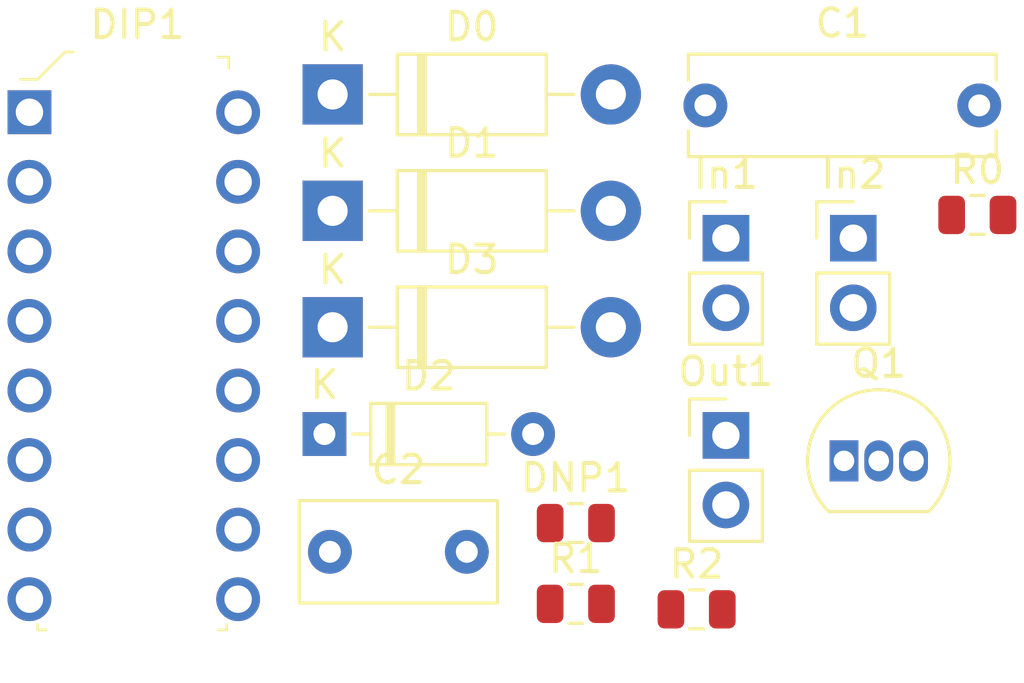
<source format=kicad_pcb>
(kicad_pcb (version 20171130) (host pcbnew 6.0.0-rc1-unknown-7c960aa~66~ubuntu18.04.1)

  (general
    (thickness 1.6)
    (drawings 0)
    (tracks 0)
    (zones 0)
    (modules 15)
    (nets 22)
  )

  (page A4)
  (layers
    (0 F.Cu signal)
    (31 B.Cu signal)
    (32 B.Adhes user)
    (33 F.Adhes user)
    (34 B.Paste user)
    (35 F.Paste user)
    (36 B.SilkS user)
    (37 F.SilkS user)
    (38 B.Mask user)
    (39 F.Mask user)
    (40 Dwgs.User user)
    (41 Cmts.User user)
    (42 Eco1.User user)
    (43 Eco2.User user)
    (44 Edge.Cuts user)
    (45 Margin user)
    (46 B.CrtYd user)
    (47 F.CrtYd user)
    (48 B.Fab user)
    (49 F.Fab user)
  )

  (setup
    (last_trace_width 0.25)
    (trace_clearance 0.2)
    (zone_clearance 0.508)
    (zone_45_only no)
    (trace_min 0.2)
    (via_size 0.8)
    (via_drill 0.4)
    (via_min_size 0.4)
    (via_min_drill 0.3)
    (uvia_size 0.3)
    (uvia_drill 0.1)
    (uvias_allowed no)
    (uvia_min_size 0.2)
    (uvia_min_drill 0.1)
    (edge_width 0.05)
    (segment_width 0.2)
    (pcb_text_width 0.3)
    (pcb_text_size 1.5 1.5)
    (mod_edge_width 0.12)
    (mod_text_size 1 1)
    (mod_text_width 0.15)
    (pad_size 1.524 1.524)
    (pad_drill 0.762)
    (pad_to_mask_clearance 0.051)
    (solder_mask_min_width 0.25)
    (aux_axis_origin 0 0)
    (visible_elements FFFFFF7F)
    (pcbplotparams
      (layerselection 0x010fc_ffffffff)
      (usegerberextensions false)
      (usegerberattributes false)
      (usegerberadvancedattributes false)
      (creategerberjobfile false)
      (excludeedgelayer true)
      (linewidth 0.100000)
      (plotframeref false)
      (viasonmask false)
      (mode 1)
      (useauxorigin false)
      (hpglpennumber 1)
      (hpglpenspeed 20)
      (hpglpendiameter 15.000000)
      (psnegative false)
      (psa4output false)
      (plotreference true)
      (plotvalue true)
      (plotinvisibletext false)
      (padsonsilk false)
      (subtractmaskfromsilk false)
      (outputformat 1)
      (mirror false)
      (drillshape 1)
      (scaleselection 1)
      (outputdirectory ""))
  )

  (net 0 "")
  (net 1 GND)
  (net 2 "Net-(C1-Pad1)")
  (net 3 "Net-(C2-Pad1)")
  (net 4 "Net-(D0-Pad2)")
  (net 5 "Net-(D0-Pad1)")
  (net 6 "Net-(D1-Pad1)")
  (net 7 "Net-(D2-Pad2)")
  (net 8 "Net-(D2-Pad1)")
  (net 9 "Net-(D3-Pad2)")
  (net 10 "Net-(DIP1-Pad9)")
  (net 11 +5V)
  (net 12 "Net-(DIP1-Pad13)")
  (net 13 "Net-(DIP1-Pad12)")
  (net 14 "Net-(DIP1-Pad11)")
  (net 15 "Net-(DIP1-Pad10)")
  (net 16 "Net-(DIP1-Pad7)")
  (net 17 "Net-(DIP1-Pad6)")
  (net 18 "Net-(DIP1-Pad5)")
  (net 19 "Net-(DIP1-Pad4)")
  (net 20 "Net-(DIP1-Pad3)")
  (net 21 "Net-(DIP1-Pad2)")

  (net_class Default "This is the default net class."
    (clearance 0.2)
    (trace_width 0.25)
    (via_dia 0.8)
    (via_drill 0.4)
    (uvia_dia 0.3)
    (uvia_drill 0.1)
    (add_net +5V)
    (add_net GND)
    (add_net "Net-(C1-Pad1)")
    (add_net "Net-(C2-Pad1)")
    (add_net "Net-(D0-Pad1)")
    (add_net "Net-(D0-Pad2)")
    (add_net "Net-(D1-Pad1)")
    (add_net "Net-(D2-Pad1)")
    (add_net "Net-(D2-Pad2)")
    (add_net "Net-(D3-Pad2)")
    (add_net "Net-(DIP1-Pad10)")
    (add_net "Net-(DIP1-Pad11)")
    (add_net "Net-(DIP1-Pad12)")
    (add_net "Net-(DIP1-Pad13)")
    (add_net "Net-(DIP1-Pad2)")
    (add_net "Net-(DIP1-Pad3)")
    (add_net "Net-(DIP1-Pad4)")
    (add_net "Net-(DIP1-Pad5)")
    (add_net "Net-(DIP1-Pad6)")
    (add_net "Net-(DIP1-Pad7)")
    (add_net "Net-(DIP1-Pad9)")
  )

  (module Resistor_SMD:R_0805_2012Metric (layer F.Cu) (tedit 5B36C52B) (tstamp 5BC6A08B)
    (at 138.465001 -67.204999)
    (descr "Resistor SMD 0805 (2012 Metric), square (rectangular) end terminal, IPC_7351 nominal, (Body size source: https://docs.google.com/spreadsheets/d/1BsfQQcO9C6DZCsRaXUlFlo91Tg2WpOkGARC1WS5S8t0/edit?usp=sharing), generated with kicad-footprint-generator")
    (tags resistor)
    (path /5BC153C6)
    (attr smd)
    (fp_text reference R2 (at 0 -1.65) (layer F.SilkS)
      (effects (font (size 1 1) (thickness 0.15)))
    )
    (fp_text value 4.7k (at 0 1.65) (layer F.Fab)
      (effects (font (size 1 1) (thickness 0.15)))
    )
    (fp_text user %R (at 0 0) (layer F.Fab)
      (effects (font (size 0.5 0.5) (thickness 0.08)))
    )
    (fp_line (start 1.68 0.95) (end -1.68 0.95) (layer F.CrtYd) (width 0.05))
    (fp_line (start 1.68 -0.95) (end 1.68 0.95) (layer F.CrtYd) (width 0.05))
    (fp_line (start -1.68 -0.95) (end 1.68 -0.95) (layer F.CrtYd) (width 0.05))
    (fp_line (start -1.68 0.95) (end -1.68 -0.95) (layer F.CrtYd) (width 0.05))
    (fp_line (start -0.258578 0.71) (end 0.258578 0.71) (layer F.SilkS) (width 0.12))
    (fp_line (start -0.258578 -0.71) (end 0.258578 -0.71) (layer F.SilkS) (width 0.12))
    (fp_line (start 1 0.6) (end -1 0.6) (layer F.Fab) (width 0.1))
    (fp_line (start 1 -0.6) (end 1 0.6) (layer F.Fab) (width 0.1))
    (fp_line (start -1 -0.6) (end 1 -0.6) (layer F.Fab) (width 0.1))
    (fp_line (start -1 0.6) (end -1 -0.6) (layer F.Fab) (width 0.1))
    (pad 2 smd roundrect (at 0.9375 0) (size 0.975 1.4) (layers F.Cu F.Paste F.Mask) (roundrect_rratio 0.25)
      (net 2 "Net-(C1-Pad1)"))
    (pad 1 smd roundrect (at -0.9375 0) (size 0.975 1.4) (layers F.Cu F.Paste F.Mask) (roundrect_rratio 0.25)
      (net 11 +5V))
    (model ${KISYS3DMOD}/Resistor_SMD.3dshapes/R_0805_2012Metric.wrl
      (at (xyz 0 0 0))
      (scale (xyz 1 1 1))
      (rotate (xyz 0 0 0))
    )
  )

  (module Resistor_SMD:R_0805_2012Metric (layer F.Cu) (tedit 5B36C52B) (tstamp 5BC6A07A)
    (at 134.055001 -67.404999)
    (descr "Resistor SMD 0805 (2012 Metric), square (rectangular) end terminal, IPC_7351 nominal, (Body size source: https://docs.google.com/spreadsheets/d/1BsfQQcO9C6DZCsRaXUlFlo91Tg2WpOkGARC1WS5S8t0/edit?usp=sharing), generated with kicad-footprint-generator")
    (tags resistor)
    (path /5BC02B7A)
    (attr smd)
    (fp_text reference R1 (at 0 -1.65) (layer F.SilkS)
      (effects (font (size 1 1) (thickness 0.15)))
    )
    (fp_text value 10k (at 0 1.65) (layer F.Fab)
      (effects (font (size 1 1) (thickness 0.15)))
    )
    (fp_text user %R (at 0 0) (layer F.Fab)
      (effects (font (size 0.5 0.5) (thickness 0.08)))
    )
    (fp_line (start 1.68 0.95) (end -1.68 0.95) (layer F.CrtYd) (width 0.05))
    (fp_line (start 1.68 -0.95) (end 1.68 0.95) (layer F.CrtYd) (width 0.05))
    (fp_line (start -1.68 -0.95) (end 1.68 -0.95) (layer F.CrtYd) (width 0.05))
    (fp_line (start -1.68 0.95) (end -1.68 -0.95) (layer F.CrtYd) (width 0.05))
    (fp_line (start -0.258578 0.71) (end 0.258578 0.71) (layer F.SilkS) (width 0.12))
    (fp_line (start -0.258578 -0.71) (end 0.258578 -0.71) (layer F.SilkS) (width 0.12))
    (fp_line (start 1 0.6) (end -1 0.6) (layer F.Fab) (width 0.1))
    (fp_line (start 1 -0.6) (end 1 0.6) (layer F.Fab) (width 0.1))
    (fp_line (start -1 -0.6) (end 1 -0.6) (layer F.Fab) (width 0.1))
    (fp_line (start -1 0.6) (end -1 -0.6) (layer F.Fab) (width 0.1))
    (pad 2 smd roundrect (at 0.9375 0) (size 0.975 1.4) (layers F.Cu F.Paste F.Mask) (roundrect_rratio 0.25)
      (net 6 "Net-(D1-Pad1)"))
    (pad 1 smd roundrect (at -0.9375 0) (size 0.975 1.4) (layers F.Cu F.Paste F.Mask) (roundrect_rratio 0.25)
      (net 7 "Net-(D2-Pad2)"))
    (model ${KISYS3DMOD}/Resistor_SMD.3dshapes/R_0805_2012Metric.wrl
      (at (xyz 0 0 0))
      (scale (xyz 1 1 1))
      (rotate (xyz 0 0 0))
    )
  )

  (module Resistor_SMD:R_0805_2012Metric (layer F.Cu) (tedit 5B36C52B) (tstamp 5BC6A069)
    (at 148.715001 -81.604999)
    (descr "Resistor SMD 0805 (2012 Metric), square (rectangular) end terminal, IPC_7351 nominal, (Body size source: https://docs.google.com/spreadsheets/d/1BsfQQcO9C6DZCsRaXUlFlo91Tg2WpOkGARC1WS5S8t0/edit?usp=sharing), generated with kicad-footprint-generator")
    (tags resistor)
    (path /5BC034F1)
    (attr smd)
    (fp_text reference R0 (at 0 -1.65) (layer F.SilkS)
      (effects (font (size 1 1) (thickness 0.15)))
    )
    (fp_text value 10k (at 0 1.65) (layer F.Fab)
      (effects (font (size 1 1) (thickness 0.15)))
    )
    (fp_text user %R (at 0 0) (layer F.Fab)
      (effects (font (size 0.5 0.5) (thickness 0.08)))
    )
    (fp_line (start 1.68 0.95) (end -1.68 0.95) (layer F.CrtYd) (width 0.05))
    (fp_line (start 1.68 -0.95) (end 1.68 0.95) (layer F.CrtYd) (width 0.05))
    (fp_line (start -1.68 -0.95) (end 1.68 -0.95) (layer F.CrtYd) (width 0.05))
    (fp_line (start -1.68 0.95) (end -1.68 -0.95) (layer F.CrtYd) (width 0.05))
    (fp_line (start -0.258578 0.71) (end 0.258578 0.71) (layer F.SilkS) (width 0.12))
    (fp_line (start -0.258578 -0.71) (end 0.258578 -0.71) (layer F.SilkS) (width 0.12))
    (fp_line (start 1 0.6) (end -1 0.6) (layer F.Fab) (width 0.1))
    (fp_line (start 1 -0.6) (end 1 0.6) (layer F.Fab) (width 0.1))
    (fp_line (start -1 -0.6) (end 1 -0.6) (layer F.Fab) (width 0.1))
    (fp_line (start -1 0.6) (end -1 -0.6) (layer F.Fab) (width 0.1))
    (pad 2 smd roundrect (at 0.9375 0) (size 0.975 1.4) (layers F.Cu F.Paste F.Mask) (roundrect_rratio 0.25)
      (net 7 "Net-(D2-Pad2)"))
    (pad 1 smd roundrect (at -0.9375 0) (size 0.975 1.4) (layers F.Cu F.Paste F.Mask) (roundrect_rratio 0.25)
      (net 4 "Net-(D0-Pad2)"))
    (model ${KISYS3DMOD}/Resistor_SMD.3dshapes/R_0805_2012Metric.wrl
      (at (xyz 0 0 0))
      (scale (xyz 1 1 1))
      (rotate (xyz 0 0 0))
    )
  )

  (module Package_TO_SOT_THT:TO-92_Inline (layer F.Cu) (tedit 5A1DD157) (tstamp 5BC6A058)
    (at 143.845001 -72.624999)
    (descr "TO-92 leads in-line, narrow, oval pads, drill 0.75mm (see NXP sot054_po.pdf)")
    (tags "to-92 sc-43 sc-43a sot54 PA33 transistor")
    (path /5BC09DC2)
    (fp_text reference Q1 (at 1.27 -3.56) (layer F.SilkS)
      (effects (font (size 1 1) (thickness 0.15)))
    )
    (fp_text value 2N3904 (at 1.27 2.79) (layer F.Fab)
      (effects (font (size 1 1) (thickness 0.15)))
    )
    (fp_arc (start 1.27 0) (end 1.27 -2.6) (angle 135) (layer F.SilkS) (width 0.12))
    (fp_arc (start 1.27 0) (end 1.27 -2.48) (angle -135) (layer F.Fab) (width 0.1))
    (fp_arc (start 1.27 0) (end 1.27 -2.6) (angle -135) (layer F.SilkS) (width 0.12))
    (fp_arc (start 1.27 0) (end 1.27 -2.48) (angle 135) (layer F.Fab) (width 0.1))
    (fp_line (start 4 2.01) (end -1.46 2.01) (layer F.CrtYd) (width 0.05))
    (fp_line (start 4 2.01) (end 4 -2.73) (layer F.CrtYd) (width 0.05))
    (fp_line (start -1.46 -2.73) (end -1.46 2.01) (layer F.CrtYd) (width 0.05))
    (fp_line (start -1.46 -2.73) (end 4 -2.73) (layer F.CrtYd) (width 0.05))
    (fp_line (start -0.5 1.75) (end 3 1.75) (layer F.Fab) (width 0.1))
    (fp_line (start -0.53 1.85) (end 3.07 1.85) (layer F.SilkS) (width 0.12))
    (fp_text user %R (at 1.27 -3.56) (layer F.Fab)
      (effects (font (size 1 1) (thickness 0.15)))
    )
    (pad 1 thru_hole rect (at 0 0) (size 1.05 1.5) (drill 0.75) (layers *.Cu *.Mask)
      (net 1 GND))
    (pad 3 thru_hole oval (at 2.54 0) (size 1.05 1.5) (drill 0.75) (layers *.Cu *.Mask)
      (net 2 "Net-(C1-Pad1)"))
    (pad 2 thru_hole oval (at 1.27 0) (size 1.05 1.5) (drill 0.75) (layers *.Cu *.Mask)
      (net 8 "Net-(D2-Pad1)"))
    (model ${KISYS3DMOD}/Package_TO_SOT_THT.3dshapes/TO-92_Inline.wrl
      (at (xyz 0 0 0))
      (scale (xyz 1 1 1))
      (rotate (xyz 0 0 0))
    )
  )

  (module Connector_PinHeader_2.54mm:PinHeader_1x02_P2.54mm_Vertical (layer F.Cu) (tedit 59FED5CC) (tstamp 5BC6A046)
    (at 139.535001 -73.554999)
    (descr "Through hole straight pin header, 1x02, 2.54mm pitch, single row")
    (tags "Through hole pin header THT 1x02 2.54mm single row")
    (path /5BC6D568)
    (fp_text reference Out1 (at 0 -2.33) (layer F.SilkS)
      (effects (font (size 1 1) (thickness 0.15)))
    )
    (fp_text value Vout (at 0 4.87) (layer F.Fab)
      (effects (font (size 1 1) (thickness 0.15)))
    )
    (fp_text user %R (at 0 1.27 90) (layer F.Fab)
      (effects (font (size 1 1) (thickness 0.15)))
    )
    (fp_line (start 1.8 -1.8) (end -1.8 -1.8) (layer F.CrtYd) (width 0.05))
    (fp_line (start 1.8 4.35) (end 1.8 -1.8) (layer F.CrtYd) (width 0.05))
    (fp_line (start -1.8 4.35) (end 1.8 4.35) (layer F.CrtYd) (width 0.05))
    (fp_line (start -1.8 -1.8) (end -1.8 4.35) (layer F.CrtYd) (width 0.05))
    (fp_line (start -1.33 -1.33) (end 0 -1.33) (layer F.SilkS) (width 0.12))
    (fp_line (start -1.33 0) (end -1.33 -1.33) (layer F.SilkS) (width 0.12))
    (fp_line (start -1.33 1.27) (end 1.33 1.27) (layer F.SilkS) (width 0.12))
    (fp_line (start 1.33 1.27) (end 1.33 3.87) (layer F.SilkS) (width 0.12))
    (fp_line (start -1.33 1.27) (end -1.33 3.87) (layer F.SilkS) (width 0.12))
    (fp_line (start -1.33 3.87) (end 1.33 3.87) (layer F.SilkS) (width 0.12))
    (fp_line (start -1.27 -0.635) (end -0.635 -1.27) (layer F.Fab) (width 0.1))
    (fp_line (start -1.27 3.81) (end -1.27 -0.635) (layer F.Fab) (width 0.1))
    (fp_line (start 1.27 3.81) (end -1.27 3.81) (layer F.Fab) (width 0.1))
    (fp_line (start 1.27 -1.27) (end 1.27 3.81) (layer F.Fab) (width 0.1))
    (fp_line (start -0.635 -1.27) (end 1.27 -1.27) (layer F.Fab) (width 0.1))
    (pad 2 thru_hole oval (at 0 2.54) (size 1.7 1.7) (drill 1) (layers *.Cu *.Mask))
    (pad 1 thru_hole rect (at 0 0) (size 1.7 1.7) (drill 1) (layers *.Cu *.Mask)
      (net 3 "Net-(C2-Pad1)"))
    (model ${KISYS3DMOD}/Connector_PinHeader_2.54mm.3dshapes/PinHeader_1x02_P2.54mm_Vertical.wrl
      (at (xyz 0 0 0))
      (scale (xyz 1 1 1))
      (rotate (xyz 0 0 0))
    )
  )

  (module Connector_PinHeader_2.54mm:PinHeader_1x02_P2.54mm_Vertical (layer F.Cu) (tedit 59FED5CC) (tstamp 5BC6A030)
    (at 144.185001 -80.754999)
    (descr "Through hole straight pin header, 1x02, 2.54mm pitch, single row")
    (tags "Through hole pin header THT 1x02 2.54mm single row")
    (path /5BC5B638)
    (fp_text reference In2 (at 0 -2.33) (layer F.SilkS)
      (effects (font (size 1 1) (thickness 0.15)))
    )
    (fp_text value Vin- (at 0 4.87) (layer F.Fab)
      (effects (font (size 1 1) (thickness 0.15)))
    )
    (fp_text user %R (at 0 1.27 90) (layer F.Fab)
      (effects (font (size 1 1) (thickness 0.15)))
    )
    (fp_line (start 1.8 -1.8) (end -1.8 -1.8) (layer F.CrtYd) (width 0.05))
    (fp_line (start 1.8 4.35) (end 1.8 -1.8) (layer F.CrtYd) (width 0.05))
    (fp_line (start -1.8 4.35) (end 1.8 4.35) (layer F.CrtYd) (width 0.05))
    (fp_line (start -1.8 -1.8) (end -1.8 4.35) (layer F.CrtYd) (width 0.05))
    (fp_line (start -1.33 -1.33) (end 0 -1.33) (layer F.SilkS) (width 0.12))
    (fp_line (start -1.33 0) (end -1.33 -1.33) (layer F.SilkS) (width 0.12))
    (fp_line (start -1.33 1.27) (end 1.33 1.27) (layer F.SilkS) (width 0.12))
    (fp_line (start 1.33 1.27) (end 1.33 3.87) (layer F.SilkS) (width 0.12))
    (fp_line (start -1.33 1.27) (end -1.33 3.87) (layer F.SilkS) (width 0.12))
    (fp_line (start -1.33 3.87) (end 1.33 3.87) (layer F.SilkS) (width 0.12))
    (fp_line (start -1.27 -0.635) (end -0.635 -1.27) (layer F.Fab) (width 0.1))
    (fp_line (start -1.27 3.81) (end -1.27 -0.635) (layer F.Fab) (width 0.1))
    (fp_line (start 1.27 3.81) (end -1.27 3.81) (layer F.Fab) (width 0.1))
    (fp_line (start 1.27 -1.27) (end 1.27 3.81) (layer F.Fab) (width 0.1))
    (fp_line (start -0.635 -1.27) (end 1.27 -1.27) (layer F.Fab) (width 0.1))
    (pad 2 thru_hole oval (at 0 2.54) (size 1.7 1.7) (drill 1) (layers *.Cu *.Mask))
    (pad 1 thru_hole rect (at 0 0) (size 1.7 1.7) (drill 1) (layers *.Cu *.Mask)
      (net 4 "Net-(D0-Pad2)"))
    (model ${KISYS3DMOD}/Connector_PinHeader_2.54mm.3dshapes/PinHeader_1x02_P2.54mm_Vertical.wrl
      (at (xyz 0 0 0))
      (scale (xyz 1 1 1))
      (rotate (xyz 0 0 0))
    )
  )

  (module Connector_PinHeader_2.54mm:PinHeader_1x02_P2.54mm_Vertical (layer F.Cu) (tedit 59FED5CC) (tstamp 5BC6A01A)
    (at 139.535001 -80.754999)
    (descr "Through hole straight pin header, 1x02, 2.54mm pitch, single row")
    (tags "Through hole pin header THT 1x02 2.54mm single row")
    (path /5BC5D466)
    (fp_text reference In1 (at 0 -2.33) (layer F.SilkS)
      (effects (font (size 1 1) (thickness 0.15)))
    )
    (fp_text value "Vin +" (at 0 4.87) (layer F.Fab)
      (effects (font (size 1 1) (thickness 0.15)))
    )
    (fp_text user %R (at 0 1.27 90) (layer F.Fab)
      (effects (font (size 1 1) (thickness 0.15)))
    )
    (fp_line (start 1.8 -1.8) (end -1.8 -1.8) (layer F.CrtYd) (width 0.05))
    (fp_line (start 1.8 4.35) (end 1.8 -1.8) (layer F.CrtYd) (width 0.05))
    (fp_line (start -1.8 4.35) (end 1.8 4.35) (layer F.CrtYd) (width 0.05))
    (fp_line (start -1.8 -1.8) (end -1.8 4.35) (layer F.CrtYd) (width 0.05))
    (fp_line (start -1.33 -1.33) (end 0 -1.33) (layer F.SilkS) (width 0.12))
    (fp_line (start -1.33 0) (end -1.33 -1.33) (layer F.SilkS) (width 0.12))
    (fp_line (start -1.33 1.27) (end 1.33 1.27) (layer F.SilkS) (width 0.12))
    (fp_line (start 1.33 1.27) (end 1.33 3.87) (layer F.SilkS) (width 0.12))
    (fp_line (start -1.33 1.27) (end -1.33 3.87) (layer F.SilkS) (width 0.12))
    (fp_line (start -1.33 3.87) (end 1.33 3.87) (layer F.SilkS) (width 0.12))
    (fp_line (start -1.27 -0.635) (end -0.635 -1.27) (layer F.Fab) (width 0.1))
    (fp_line (start -1.27 3.81) (end -1.27 -0.635) (layer F.Fab) (width 0.1))
    (fp_line (start 1.27 3.81) (end -1.27 3.81) (layer F.Fab) (width 0.1))
    (fp_line (start 1.27 -1.27) (end 1.27 3.81) (layer F.Fab) (width 0.1))
    (fp_line (start -0.635 -1.27) (end 1.27 -1.27) (layer F.Fab) (width 0.1))
    (pad 2 thru_hole oval (at 0 2.54) (size 1.7 1.7) (drill 1) (layers *.Cu *.Mask))
    (pad 1 thru_hole rect (at 0 0) (size 1.7 1.7) (drill 1) (layers *.Cu *.Mask)
      (net 5 "Net-(D0-Pad1)"))
    (model ${KISYS3DMOD}/Connector_PinHeader_2.54mm.3dshapes/PinHeader_1x02_P2.54mm_Vertical.wrl
      (at (xyz 0 0 0))
      (scale (xyz 1 1 1))
      (rotate (xyz 0 0 0))
    )
  )

  (module Resistor_SMD:R_0805_2012Metric (layer F.Cu) (tedit 5B36C52B) (tstamp 5BC6A004)
    (at 134.055001 -70.354999)
    (descr "Resistor SMD 0805 (2012 Metric), square (rectangular) end terminal, IPC_7351 nominal, (Body size source: https://docs.google.com/spreadsheets/d/1BsfQQcO9C6DZCsRaXUlFlo91Tg2WpOkGARC1WS5S8t0/edit?usp=sharing), generated with kicad-footprint-generator")
    (tags resistor)
    (path /5BC07838)
    (attr smd)
    (fp_text reference DNP1 (at 0 -1.65) (layer F.SilkS)
      (effects (font (size 1 1) (thickness 0.15)))
    )
    (fp_text value DNP (at 0 1.65) (layer F.Fab)
      (effects (font (size 1 1) (thickness 0.15)))
    )
    (fp_text user %R (at 0 0) (layer F.Fab)
      (effects (font (size 0.5 0.5) (thickness 0.08)))
    )
    (fp_line (start 1.68 0.95) (end -1.68 0.95) (layer F.CrtYd) (width 0.05))
    (fp_line (start 1.68 -0.95) (end 1.68 0.95) (layer F.CrtYd) (width 0.05))
    (fp_line (start -1.68 -0.95) (end 1.68 -0.95) (layer F.CrtYd) (width 0.05))
    (fp_line (start -1.68 0.95) (end -1.68 -0.95) (layer F.CrtYd) (width 0.05))
    (fp_line (start -0.258578 0.71) (end 0.258578 0.71) (layer F.SilkS) (width 0.12))
    (fp_line (start -0.258578 -0.71) (end 0.258578 -0.71) (layer F.SilkS) (width 0.12))
    (fp_line (start 1 0.6) (end -1 0.6) (layer F.Fab) (width 0.1))
    (fp_line (start 1 -0.6) (end 1 0.6) (layer F.Fab) (width 0.1))
    (fp_line (start -1 -0.6) (end 1 -0.6) (layer F.Fab) (width 0.1))
    (fp_line (start -1 0.6) (end -1 -0.6) (layer F.Fab) (width 0.1))
    (pad 2 smd roundrect (at 0.9375 0) (size 0.975 1.4) (layers F.Cu F.Paste F.Mask) (roundrect_rratio 0.25)
      (net 1 GND))
    (pad 1 smd roundrect (at -0.9375 0) (size 0.975 1.4) (layers F.Cu F.Paste F.Mask) (roundrect_rratio 0.25)
      (net 9 "Net-(D3-Pad2)"))
    (model ${KISYS3DMOD}/Resistor_SMD.3dshapes/R_0805_2012Metric.wrl
      (at (xyz 0 0 0))
      (scale (xyz 1 1 1))
      (rotate (xyz 0 0 0))
    )
  )

  (module digikey-footprints:DIP-16_W7.62mm (layer F.Cu) (tedit 59C51584) (tstamp 5BC69FF3)
    (at 114.105001 -85.354999)
    (path /5BC2544C)
    (fp_text reference DIP1 (at 3.94 -3.2) (layer F.SilkS)
      (effects (font (size 1 1) (thickness 0.15)))
    )
    (fp_text value SN74HC14N (at 3.8 20) (layer F.Fab)
      (effects (font (size 1 1) (thickness 0.15)))
    )
    (fp_line (start 7.08 -1.8) (end 7.08 18.79) (layer F.Fab) (width 0.1))
    (fp_line (start 0.48 -0.9) (end 1.38 -1.8) (layer F.Fab) (width 0.1))
    (fp_line (start 1.38 -1.8) (end 7.08 -1.8) (layer F.Fab) (width 0.1))
    (fp_line (start 0.48 -0.9) (end 0.48 18.79) (layer F.Fab) (width 0.1))
    (fp_line (start 7.28 -2.01) (end 6.88 -2.01) (layer F.SilkS) (width 0.1))
    (fp_line (start 7.28 -1.61) (end 7.28 -2.01) (layer F.SilkS) (width 0.1))
    (fp_line (start 1.3 -2.2) (end 0.3 -1.2) (layer F.SilkS) (width 0.1))
    (fp_line (start 1.6 -2.2) (end 1.3 -2.2) (layer F.SilkS) (width 0.1))
    (fp_line (start -1.05 -2.25) (end -1.05 19.05) (layer F.CrtYd) (width 0.05))
    (fp_line (start 8.67 19.05) (end 8.67 -2.25) (layer F.CrtYd) (width 0.05))
    (fp_line (start -1.05 -2.25) (end 8.67 -2.25) (layer F.CrtYd) (width 0.05))
    (fp_text user REF** (at 3.84 7.97) (layer F.Fab)
      (effects (font (size 1 1) (thickness 0.1)))
    )
    (fp_line (start 0.3 -1.2) (end -0.07 -1.2) (layer F.SilkS) (width 0.1))
    (fp_line (start -0.08 -1.2) (end -0.33 -1.2) (layer F.SilkS) (width 0.1))
    (fp_line (start -1.05 19.05) (end 8.67 19.05) (layer F.CrtYd) (width 0.05))
    (fp_line (start 0.48 18.79) (end 7.08 18.79) (layer F.Fab) (width 0.1))
    (fp_line (start 7.2 18.9) (end 7.2 18.7) (layer F.SilkS) (width 0.1))
    (fp_line (start 6.9 18.9) (end 7.2 18.9) (layer F.SilkS) (width 0.1))
    (fp_line (start 0.3 18.9) (end 0.6 18.9) (layer F.SilkS) (width 0.1))
    (fp_line (start 0.3 18.7) (end 0.3 18.9) (layer F.SilkS) (width 0.1))
    (pad 9 thru_hole circle (at 7.62 17.78) (size 1.6 1.6) (drill 1) (layers *.Cu *.Mask)
      (net 10 "Net-(DIP1-Pad9)"))
    (pad 8 thru_hole circle (at 0 17.78) (size 1.6 1.6) (drill 1) (layers *.Cu *.Mask)
      (net 1 GND))
    (pad 16 thru_hole circle (at 7.62 0) (size 1.6 1.6) (drill 1) (layers *.Cu *.Mask)
      (net 11 +5V))
    (pad 15 thru_hole circle (at 7.62 2.54) (size 1.6 1.6) (drill 1) (layers *.Cu *.Mask)
      (net 2 "Net-(C1-Pad1)"))
    (pad 14 thru_hole circle (at 7.62 5.08) (size 1.6 1.6) (drill 1) (layers *.Cu *.Mask)
      (net 3 "Net-(C2-Pad1)"))
    (pad 13 thru_hole circle (at 7.62 7.62) (size 1.6 1.6) (drill 1) (layers *.Cu *.Mask)
      (net 12 "Net-(DIP1-Pad13)"))
    (pad 12 thru_hole circle (at 7.62 10.16) (size 1.6 1.6) (drill 1) (layers *.Cu *.Mask)
      (net 13 "Net-(DIP1-Pad12)"))
    (pad 11 thru_hole circle (at 7.62 12.7) (size 1.6 1.6) (drill 1) (layers *.Cu *.Mask)
      (net 14 "Net-(DIP1-Pad11)"))
    (pad 10 thru_hole circle (at 7.62 15.24) (size 1.6 1.6) (drill 1) (layers *.Cu *.Mask)
      (net 15 "Net-(DIP1-Pad10)"))
    (pad 7 thru_hole circle (at 0 15.24) (size 1.6 1.6) (drill 1) (layers *.Cu *.Mask)
      (net 16 "Net-(DIP1-Pad7)"))
    (pad 6 thru_hole circle (at 0 12.7) (size 1.6 1.6) (drill 1) (layers *.Cu *.Mask)
      (net 17 "Net-(DIP1-Pad6)"))
    (pad 5 thru_hole circle (at 0 10.16) (size 1.6 1.6) (drill 1) (layers *.Cu *.Mask)
      (net 18 "Net-(DIP1-Pad5)"))
    (pad 4 thru_hole circle (at 0 7.62) (size 1.6 1.6) (drill 1) (layers *.Cu *.Mask)
      (net 19 "Net-(DIP1-Pad4)"))
    (pad 3 thru_hole circle (at 0 5.08) (size 1.6 1.6) (drill 1) (layers *.Cu *.Mask)
      (net 20 "Net-(DIP1-Pad3)"))
    (pad 2 thru_hole circle (at 0 2.54) (size 1.6 1.6) (drill 1) (layers *.Cu *.Mask)
      (net 21 "Net-(DIP1-Pad2)"))
    (pad 1 thru_hole rect (at 0 0) (size 1.6 1.6) (drill 1) (layers *.Cu *.Mask)
      (net 2 "Net-(C1-Pad1)"))
  )

  (module Diode_THT:D_DO-41_SOD81_P10.16mm_Horizontal (layer F.Cu) (tedit 5AE50CD5) (tstamp 5BC69FCB)
    (at 125.175001 -77.504999)
    (descr "Diode, DO-41_SOD81 series, Axial, Horizontal, pin pitch=10.16mm, , length*diameter=5.2*2.7mm^2, , http://www.diodes.com/_files/packages/DO-41%20(Plastic).pdf")
    (tags "Diode DO-41_SOD81 series Axial Horizontal pin pitch 10.16mm  length 5.2mm diameter 2.7mm")
    (path /5BC05DC7)
    (fp_text reference D3 (at 5.08 -2.47) (layer F.SilkS)
      (effects (font (size 1 1) (thickness 0.15)))
    )
    (fp_text value 1N4738 (at 5.08 2.47) (layer F.Fab)
      (effects (font (size 1 1) (thickness 0.15)))
    )
    (fp_text user K (at 0 -2.1) (layer F.SilkS)
      (effects (font (size 1 1) (thickness 0.15)))
    )
    (fp_text user K (at 0 -2.1) (layer F.Fab)
      (effects (font (size 1 1) (thickness 0.15)))
    )
    (fp_text user %R (at 5.47 0) (layer F.Fab)
      (effects (font (size 1 1) (thickness 0.15)))
    )
    (fp_line (start 11.51 -1.6) (end -1.35 -1.6) (layer F.CrtYd) (width 0.05))
    (fp_line (start 11.51 1.6) (end 11.51 -1.6) (layer F.CrtYd) (width 0.05))
    (fp_line (start -1.35 1.6) (end 11.51 1.6) (layer F.CrtYd) (width 0.05))
    (fp_line (start -1.35 -1.6) (end -1.35 1.6) (layer F.CrtYd) (width 0.05))
    (fp_line (start 3.14 -1.47) (end 3.14 1.47) (layer F.SilkS) (width 0.12))
    (fp_line (start 3.38 -1.47) (end 3.38 1.47) (layer F.SilkS) (width 0.12))
    (fp_line (start 3.26 -1.47) (end 3.26 1.47) (layer F.SilkS) (width 0.12))
    (fp_line (start 8.82 0) (end 7.8 0) (layer F.SilkS) (width 0.12))
    (fp_line (start 1.34 0) (end 2.36 0) (layer F.SilkS) (width 0.12))
    (fp_line (start 7.8 -1.47) (end 2.36 -1.47) (layer F.SilkS) (width 0.12))
    (fp_line (start 7.8 1.47) (end 7.8 -1.47) (layer F.SilkS) (width 0.12))
    (fp_line (start 2.36 1.47) (end 7.8 1.47) (layer F.SilkS) (width 0.12))
    (fp_line (start 2.36 -1.47) (end 2.36 1.47) (layer F.SilkS) (width 0.12))
    (fp_line (start 3.16 -1.35) (end 3.16 1.35) (layer F.Fab) (width 0.1))
    (fp_line (start 3.36 -1.35) (end 3.36 1.35) (layer F.Fab) (width 0.1))
    (fp_line (start 3.26 -1.35) (end 3.26 1.35) (layer F.Fab) (width 0.1))
    (fp_line (start 10.16 0) (end 7.68 0) (layer F.Fab) (width 0.1))
    (fp_line (start 0 0) (end 2.48 0) (layer F.Fab) (width 0.1))
    (fp_line (start 7.68 -1.35) (end 2.48 -1.35) (layer F.Fab) (width 0.1))
    (fp_line (start 7.68 1.35) (end 7.68 -1.35) (layer F.Fab) (width 0.1))
    (fp_line (start 2.48 1.35) (end 7.68 1.35) (layer F.Fab) (width 0.1))
    (fp_line (start 2.48 -1.35) (end 2.48 1.35) (layer F.Fab) (width 0.1))
    (pad 2 thru_hole oval (at 10.16 0) (size 2.2 2.2) (drill 1.1) (layers *.Cu *.Mask)
      (net 9 "Net-(D3-Pad2)"))
    (pad 1 thru_hole rect (at 0 0) (size 2.2 2.2) (drill 1.1) (layers *.Cu *.Mask)
      (net 8 "Net-(D2-Pad1)"))
    (model ${KISYS3DMOD}/Diode_THT.3dshapes/D_DO-41_SOD81_P10.16mm_Horizontal.wrl
      (at (xyz 0 0 0))
      (scale (xyz 1 1 1))
      (rotate (xyz 0 0 0))
    )
  )

  (module Diode_THT:D_DO-35_SOD27_P7.62mm_Horizontal (layer F.Cu) (tedit 5AE50CD5) (tstamp 5BC69FAC)
    (at 124.875001 -73.604999)
    (descr "Diode, DO-35_SOD27 series, Axial, Horizontal, pin pitch=7.62mm, , length*diameter=4*2mm^2, , http://www.diodes.com/_files/packages/DO-35.pdf")
    (tags "Diode DO-35_SOD27 series Axial Horizontal pin pitch 7.62mm  length 4mm diameter 2mm")
    (path /5BC044BB)
    (fp_text reference D2 (at 3.81 -2.12) (layer F.SilkS)
      (effects (font (size 1 1) (thickness 0.15)))
    )
    (fp_text value 1N4148 (at 3.81 2.12) (layer F.Fab)
      (effects (font (size 1 1) (thickness 0.15)))
    )
    (fp_text user K (at 0 -1.8) (layer F.SilkS)
      (effects (font (size 1 1) (thickness 0.15)))
    )
    (fp_text user K (at 0 -1.8) (layer F.Fab)
      (effects (font (size 1 1) (thickness 0.15)))
    )
    (fp_text user %R (at 4.11 0) (layer F.Fab)
      (effects (font (size 0.8 0.8) (thickness 0.12)))
    )
    (fp_line (start 8.67 -1.25) (end -1.05 -1.25) (layer F.CrtYd) (width 0.05))
    (fp_line (start 8.67 1.25) (end 8.67 -1.25) (layer F.CrtYd) (width 0.05))
    (fp_line (start -1.05 1.25) (end 8.67 1.25) (layer F.CrtYd) (width 0.05))
    (fp_line (start -1.05 -1.25) (end -1.05 1.25) (layer F.CrtYd) (width 0.05))
    (fp_line (start 2.29 -1.12) (end 2.29 1.12) (layer F.SilkS) (width 0.12))
    (fp_line (start 2.53 -1.12) (end 2.53 1.12) (layer F.SilkS) (width 0.12))
    (fp_line (start 2.41 -1.12) (end 2.41 1.12) (layer F.SilkS) (width 0.12))
    (fp_line (start 6.58 0) (end 5.93 0) (layer F.SilkS) (width 0.12))
    (fp_line (start 1.04 0) (end 1.69 0) (layer F.SilkS) (width 0.12))
    (fp_line (start 5.93 -1.12) (end 1.69 -1.12) (layer F.SilkS) (width 0.12))
    (fp_line (start 5.93 1.12) (end 5.93 -1.12) (layer F.SilkS) (width 0.12))
    (fp_line (start 1.69 1.12) (end 5.93 1.12) (layer F.SilkS) (width 0.12))
    (fp_line (start 1.69 -1.12) (end 1.69 1.12) (layer F.SilkS) (width 0.12))
    (fp_line (start 2.31 -1) (end 2.31 1) (layer F.Fab) (width 0.1))
    (fp_line (start 2.51 -1) (end 2.51 1) (layer F.Fab) (width 0.1))
    (fp_line (start 2.41 -1) (end 2.41 1) (layer F.Fab) (width 0.1))
    (fp_line (start 7.62 0) (end 5.81 0) (layer F.Fab) (width 0.1))
    (fp_line (start 0 0) (end 1.81 0) (layer F.Fab) (width 0.1))
    (fp_line (start 5.81 -1) (end 1.81 -1) (layer F.Fab) (width 0.1))
    (fp_line (start 5.81 1) (end 5.81 -1) (layer F.Fab) (width 0.1))
    (fp_line (start 1.81 1) (end 5.81 1) (layer F.Fab) (width 0.1))
    (fp_line (start 1.81 -1) (end 1.81 1) (layer F.Fab) (width 0.1))
    (pad 2 thru_hole oval (at 7.62 0) (size 1.6 1.6) (drill 0.8) (layers *.Cu *.Mask)
      (net 7 "Net-(D2-Pad2)"))
    (pad 1 thru_hole rect (at 0 0) (size 1.6 1.6) (drill 0.8) (layers *.Cu *.Mask)
      (net 8 "Net-(D2-Pad1)"))
    (model ${KISYS3DMOD}/Diode_THT.3dshapes/D_DO-35_SOD27_P7.62mm_Horizontal.wrl
      (at (xyz 0 0 0))
      (scale (xyz 1 1 1))
      (rotate (xyz 0 0 0))
    )
  )

  (module Diode_THT:D_DO-41_SOD81_P10.16mm_Horizontal (layer F.Cu) (tedit 5AE50CD5) (tstamp 5BC69F8D)
    (at 125.175001 -81.754999)
    (descr "Diode, DO-41_SOD81 series, Axial, Horizontal, pin pitch=10.16mm, , length*diameter=5.2*2.7mm^2, , http://www.diodes.com/_files/packages/DO-41%20(Plastic).pdf")
    (tags "Diode DO-41_SOD81 series Axial Horizontal pin pitch 10.16mm  length 5.2mm diameter 2.7mm")
    (path /5BC00EDC)
    (fp_text reference D1 (at 5.08 -2.47) (layer F.SilkS)
      (effects (font (size 1 1) (thickness 0.15)))
    )
    (fp_text value 1N4007 (at 5.08 2.47) (layer F.Fab)
      (effects (font (size 1 1) (thickness 0.15)))
    )
    (fp_text user K (at 0 -2.1) (layer F.SilkS)
      (effects (font (size 1 1) (thickness 0.15)))
    )
    (fp_text user K (at 0 -2.1) (layer F.Fab)
      (effects (font (size 1 1) (thickness 0.15)))
    )
    (fp_text user %R (at 5.47 0) (layer F.Fab)
      (effects (font (size 1 1) (thickness 0.15)))
    )
    (fp_line (start 11.51 -1.6) (end -1.35 -1.6) (layer F.CrtYd) (width 0.05))
    (fp_line (start 11.51 1.6) (end 11.51 -1.6) (layer F.CrtYd) (width 0.05))
    (fp_line (start -1.35 1.6) (end 11.51 1.6) (layer F.CrtYd) (width 0.05))
    (fp_line (start -1.35 -1.6) (end -1.35 1.6) (layer F.CrtYd) (width 0.05))
    (fp_line (start 3.14 -1.47) (end 3.14 1.47) (layer F.SilkS) (width 0.12))
    (fp_line (start 3.38 -1.47) (end 3.38 1.47) (layer F.SilkS) (width 0.12))
    (fp_line (start 3.26 -1.47) (end 3.26 1.47) (layer F.SilkS) (width 0.12))
    (fp_line (start 8.82 0) (end 7.8 0) (layer F.SilkS) (width 0.12))
    (fp_line (start 1.34 0) (end 2.36 0) (layer F.SilkS) (width 0.12))
    (fp_line (start 7.8 -1.47) (end 2.36 -1.47) (layer F.SilkS) (width 0.12))
    (fp_line (start 7.8 1.47) (end 7.8 -1.47) (layer F.SilkS) (width 0.12))
    (fp_line (start 2.36 1.47) (end 7.8 1.47) (layer F.SilkS) (width 0.12))
    (fp_line (start 2.36 -1.47) (end 2.36 1.47) (layer F.SilkS) (width 0.12))
    (fp_line (start 3.16 -1.35) (end 3.16 1.35) (layer F.Fab) (width 0.1))
    (fp_line (start 3.36 -1.35) (end 3.36 1.35) (layer F.Fab) (width 0.1))
    (fp_line (start 3.26 -1.35) (end 3.26 1.35) (layer F.Fab) (width 0.1))
    (fp_line (start 10.16 0) (end 7.68 0) (layer F.Fab) (width 0.1))
    (fp_line (start 0 0) (end 2.48 0) (layer F.Fab) (width 0.1))
    (fp_line (start 7.68 -1.35) (end 2.48 -1.35) (layer F.Fab) (width 0.1))
    (fp_line (start 7.68 1.35) (end 7.68 -1.35) (layer F.Fab) (width 0.1))
    (fp_line (start 2.48 1.35) (end 7.68 1.35) (layer F.Fab) (width 0.1))
    (fp_line (start 2.48 -1.35) (end 2.48 1.35) (layer F.Fab) (width 0.1))
    (pad 2 thru_hole oval (at 10.16 0) (size 2.2 2.2) (drill 1.1) (layers *.Cu *.Mask)
      (net 5 "Net-(D0-Pad1)"))
    (pad 1 thru_hole rect (at 0 0) (size 2.2 2.2) (drill 1.1) (layers *.Cu *.Mask)
      (net 6 "Net-(D1-Pad1)"))
    (model ${KISYS3DMOD}/Diode_THT.3dshapes/D_DO-41_SOD81_P10.16mm_Horizontal.wrl
      (at (xyz 0 0 0))
      (scale (xyz 1 1 1))
      (rotate (xyz 0 0 0))
    )
  )

  (module Diode_THT:D_DO-41_SOD81_P10.16mm_Horizontal (layer F.Cu) (tedit 5AE50CD5) (tstamp 5BC69F6E)
    (at 125.175001 -86.004999)
    (descr "Diode, DO-41_SOD81 series, Axial, Horizontal, pin pitch=10.16mm, , length*diameter=5.2*2.7mm^2, , http://www.diodes.com/_files/packages/DO-41%20(Plastic).pdf")
    (tags "Diode DO-41_SOD81 series Axial Horizontal pin pitch 10.16mm  length 5.2mm diameter 2.7mm")
    (path /5BBFFAF7)
    (fp_text reference D0 (at 5.08 -2.47) (layer F.SilkS)
      (effects (font (size 1 1) (thickness 0.15)))
    )
    (fp_text value 1N4007 (at 5.08 2.47) (layer F.Fab)
      (effects (font (size 1 1) (thickness 0.15)))
    )
    (fp_text user K (at 0 -2.1) (layer F.SilkS)
      (effects (font (size 1 1) (thickness 0.15)))
    )
    (fp_text user K (at 0 -2.1) (layer F.Fab)
      (effects (font (size 1 1) (thickness 0.15)))
    )
    (fp_text user %R (at 5.47 0) (layer F.Fab)
      (effects (font (size 1 1) (thickness 0.15)))
    )
    (fp_line (start 11.51 -1.6) (end -1.35 -1.6) (layer F.CrtYd) (width 0.05))
    (fp_line (start 11.51 1.6) (end 11.51 -1.6) (layer F.CrtYd) (width 0.05))
    (fp_line (start -1.35 1.6) (end 11.51 1.6) (layer F.CrtYd) (width 0.05))
    (fp_line (start -1.35 -1.6) (end -1.35 1.6) (layer F.CrtYd) (width 0.05))
    (fp_line (start 3.14 -1.47) (end 3.14 1.47) (layer F.SilkS) (width 0.12))
    (fp_line (start 3.38 -1.47) (end 3.38 1.47) (layer F.SilkS) (width 0.12))
    (fp_line (start 3.26 -1.47) (end 3.26 1.47) (layer F.SilkS) (width 0.12))
    (fp_line (start 8.82 0) (end 7.8 0) (layer F.SilkS) (width 0.12))
    (fp_line (start 1.34 0) (end 2.36 0) (layer F.SilkS) (width 0.12))
    (fp_line (start 7.8 -1.47) (end 2.36 -1.47) (layer F.SilkS) (width 0.12))
    (fp_line (start 7.8 1.47) (end 7.8 -1.47) (layer F.SilkS) (width 0.12))
    (fp_line (start 2.36 1.47) (end 7.8 1.47) (layer F.SilkS) (width 0.12))
    (fp_line (start 2.36 -1.47) (end 2.36 1.47) (layer F.SilkS) (width 0.12))
    (fp_line (start 3.16 -1.35) (end 3.16 1.35) (layer F.Fab) (width 0.1))
    (fp_line (start 3.36 -1.35) (end 3.36 1.35) (layer F.Fab) (width 0.1))
    (fp_line (start 3.26 -1.35) (end 3.26 1.35) (layer F.Fab) (width 0.1))
    (fp_line (start 10.16 0) (end 7.68 0) (layer F.Fab) (width 0.1))
    (fp_line (start 0 0) (end 2.48 0) (layer F.Fab) (width 0.1))
    (fp_line (start 7.68 -1.35) (end 2.48 -1.35) (layer F.Fab) (width 0.1))
    (fp_line (start 7.68 1.35) (end 7.68 -1.35) (layer F.Fab) (width 0.1))
    (fp_line (start 2.48 1.35) (end 7.68 1.35) (layer F.Fab) (width 0.1))
    (fp_line (start 2.48 -1.35) (end 2.48 1.35) (layer F.Fab) (width 0.1))
    (pad 2 thru_hole oval (at 10.16 0) (size 2.2 2.2) (drill 1.1) (layers *.Cu *.Mask)
      (net 4 "Net-(D0-Pad2)"))
    (pad 1 thru_hole rect (at 0 0) (size 2.2 2.2) (drill 1.1) (layers *.Cu *.Mask)
      (net 5 "Net-(D0-Pad1)"))
    (model ${KISYS3DMOD}/Diode_THT.3dshapes/D_DO-41_SOD81_P10.16mm_Horizontal.wrl
      (at (xyz 0 0 0))
      (scale (xyz 1 1 1))
      (rotate (xyz 0 0 0))
    )
  )

  (module Capacitor_THT:C_Rect_L7.0mm_W3.5mm_P5.00mm (layer F.Cu) (tedit 5AE50EF0) (tstamp 5BC69F4F)
    (at 125.075001 -69.304999)
    (descr "C, Rect series, Radial, pin pitch=5.00mm, , length*width=7*3.5mm^2, Capacitor")
    (tags "C Rect series Radial pin pitch 5.00mm  length 7mm width 3.5mm Capacitor")
    (path /5BC6F5B7)
    (fp_text reference C2 (at 2.5 -3) (layer F.SilkS)
      (effects (font (size 1 1) (thickness 0.15)))
    )
    (fp_text value 39nF (at 2.5 3) (layer F.Fab)
      (effects (font (size 1 1) (thickness 0.15)))
    )
    (fp_text user %R (at 2.5 0) (layer F.Fab)
      (effects (font (size 1 1) (thickness 0.15)))
    )
    (fp_line (start 6.25 -2) (end -1.25 -2) (layer F.CrtYd) (width 0.05))
    (fp_line (start 6.25 2) (end 6.25 -2) (layer F.CrtYd) (width 0.05))
    (fp_line (start -1.25 2) (end 6.25 2) (layer F.CrtYd) (width 0.05))
    (fp_line (start -1.25 -2) (end -1.25 2) (layer F.CrtYd) (width 0.05))
    (fp_line (start 6.12 -1.87) (end 6.12 1.87) (layer F.SilkS) (width 0.12))
    (fp_line (start -1.12 -1.87) (end -1.12 1.87) (layer F.SilkS) (width 0.12))
    (fp_line (start -1.12 1.87) (end 6.12 1.87) (layer F.SilkS) (width 0.12))
    (fp_line (start -1.12 -1.87) (end 6.12 -1.87) (layer F.SilkS) (width 0.12))
    (fp_line (start 6 -1.75) (end -1 -1.75) (layer F.Fab) (width 0.1))
    (fp_line (start 6 1.75) (end 6 -1.75) (layer F.Fab) (width 0.1))
    (fp_line (start -1 1.75) (end 6 1.75) (layer F.Fab) (width 0.1))
    (fp_line (start -1 -1.75) (end -1 1.75) (layer F.Fab) (width 0.1))
    (pad 2 thru_hole circle (at 5 0) (size 1.6 1.6) (drill 0.8) (layers *.Cu *.Mask)
      (net 1 GND))
    (pad 1 thru_hole circle (at 0 0) (size 1.6 1.6) (drill 0.8) (layers *.Cu *.Mask)
      (net 3 "Net-(C2-Pad1)"))
    (model ${KISYS3DMOD}/Capacitor_THT.3dshapes/C_Rect_L7.0mm_W3.5mm_P5.00mm.wrl
      (at (xyz 0 0 0))
      (scale (xyz 1 1 1))
      (rotate (xyz 0 0 0))
    )
  )

  (module Capacitor_THT:C_Rect_L11.0mm_W3.5mm_P10.00mm_MKT (layer F.Cu) (tedit 5AE50EF0) (tstamp 5BC69F3C)
    (at 138.785001 -85.604999)
    (descr "C, Rect series, Radial, pin pitch=10.00mm, , length*width=11.0*3.5mm^2, Capacitor, https://en.tdk.eu/inf/20/20/db/fc_2009/MKT_B32560_564.pdf")
    (tags "C Rect series Radial pin pitch 10.00mm  length 11.0mm width 3.5mm Capacitor")
    (path /5BC19656)
    (fp_text reference C1 (at 5 -3) (layer F.SilkS)
      (effects (font (size 1 1) (thickness 0.15)))
    )
    (fp_text value 2200pF (at 5 3) (layer F.Fab)
      (effects (font (size 1 1) (thickness 0.15)))
    )
    (fp_text user %R (at 5 0) (layer F.Fab)
      (effects (font (size 1 1) (thickness 0.15)))
    )
    (fp_line (start 11.05 -2) (end -1.05 -2) (layer F.CrtYd) (width 0.05))
    (fp_line (start 11.05 2) (end 11.05 -2) (layer F.CrtYd) (width 0.05))
    (fp_line (start -1.05 2) (end 11.05 2) (layer F.CrtYd) (width 0.05))
    (fp_line (start -1.05 -2) (end -1.05 2) (layer F.CrtYd) (width 0.05))
    (fp_line (start 10.62 0.925) (end 10.62 1.87) (layer F.SilkS) (width 0.12))
    (fp_line (start 10.62 -1.87) (end 10.62 -0.925) (layer F.SilkS) (width 0.12))
    (fp_line (start -0.62 0.925) (end -0.62 1.87) (layer F.SilkS) (width 0.12))
    (fp_line (start -0.62 -1.87) (end -0.62 -0.925) (layer F.SilkS) (width 0.12))
    (fp_line (start -0.62 1.87) (end 10.62 1.87) (layer F.SilkS) (width 0.12))
    (fp_line (start -0.62 -1.87) (end 10.62 -1.87) (layer F.SilkS) (width 0.12))
    (fp_line (start 10.5 -1.75) (end -0.5 -1.75) (layer F.Fab) (width 0.1))
    (fp_line (start 10.5 1.75) (end 10.5 -1.75) (layer F.Fab) (width 0.1))
    (fp_line (start -0.5 1.75) (end 10.5 1.75) (layer F.Fab) (width 0.1))
    (fp_line (start -0.5 -1.75) (end -0.5 1.75) (layer F.Fab) (width 0.1))
    (pad 2 thru_hole circle (at 10 0) (size 1.6 1.6) (drill 0.8) (layers *.Cu *.Mask)
      (net 1 GND))
    (pad 1 thru_hole circle (at 0 0) (size 1.6 1.6) (drill 0.8) (layers *.Cu *.Mask)
      (net 2 "Net-(C1-Pad1)"))
    (model ${KISYS3DMOD}/Capacitor_THT.3dshapes/C_Rect_L11.0mm_W3.5mm_P10.00mm_MKT.wrl
      (at (xyz 0 0 0))
      (scale (xyz 1 1 1))
      (rotate (xyz 0 0 0))
    )
  )

)

</source>
